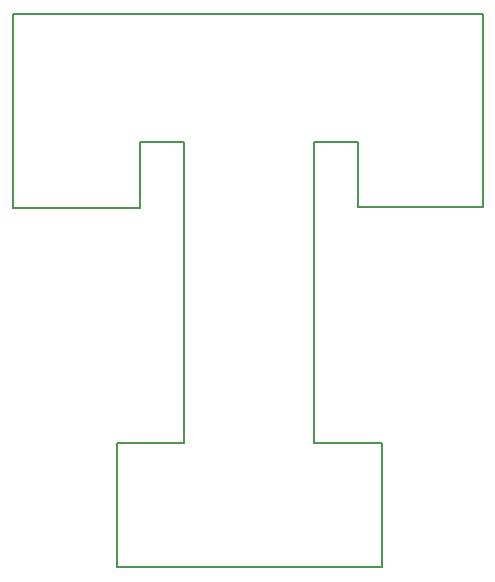
<source format=gbr>
G04 #@! TF.GenerationSoftware,KiCad,Pcbnew,(5.0.0)*
G04 #@! TF.CreationDate,2019-05-30T18:33:39-04:00*
G04 #@! TF.ProjectId,Tiny-er T,54696E792D657220542E6B696361645F,rev?*
G04 #@! TF.SameCoordinates,Original*
G04 #@! TF.FileFunction,Profile,NP*
%FSLAX46Y46*%
G04 Gerber Fmt 4.6, Leading zero omitted, Abs format (unit mm)*
G04 Created by KiCad (PCBNEW (5.0.0)) date 05/30/19 18:33:39*
%MOMM*%
%LPD*%
G01*
G04 APERTURE LIST*
%ADD10C,0.150000*%
G04 APERTURE END LIST*
D10*
X104500000Y-87200000D02*
X100800000Y-87200000D01*
X104500000Y-112700000D02*
X104500000Y-87200000D01*
X98800000Y-112700000D02*
X104500000Y-112700000D01*
X98800000Y-123200000D02*
X98800000Y-112700000D01*
X121300000Y-123200000D02*
X98800000Y-123200000D01*
X121300000Y-112700000D02*
X121300000Y-123200000D01*
X115500000Y-112700000D02*
X121300000Y-112700000D01*
X115500000Y-87200000D02*
X115500000Y-112700000D01*
X119200000Y-87200000D02*
X115500000Y-87200000D01*
X119200000Y-92700000D02*
X119200000Y-87200000D01*
X129800000Y-92700000D02*
X119200000Y-92700000D01*
X129800000Y-76400000D02*
X129800000Y-92700000D01*
X90000000Y-76400000D02*
X129800000Y-76400000D01*
X90000000Y-92800000D02*
X90000000Y-76400000D01*
X100800000Y-92800000D02*
X90000000Y-92800000D01*
X100800000Y-87200000D02*
X100800000Y-92800000D01*
M02*

</source>
